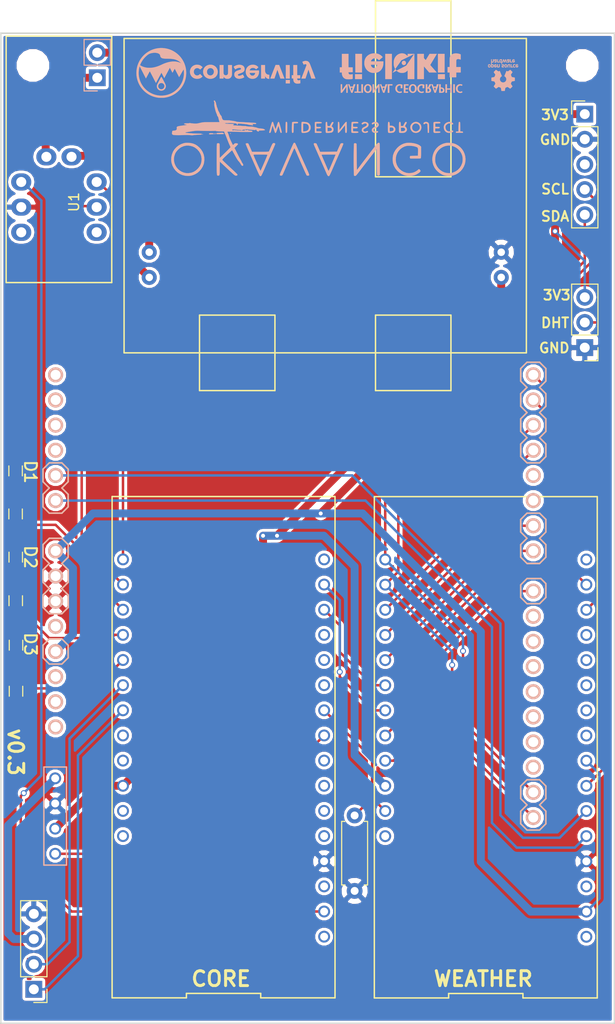
<source format=kicad_pcb>
(kicad_pcb (version 4) (host pcbnew 4.0.5)
  (layers (0 F.Cu signal) (31 B.Cu signal) (34 B.Paste user) (35 F.Paste user) (36 B.SilkS user) (37 F.SilkS user) (38 B.Mask user) (39 F.Mask user) (44 Edge.Cuts user))
  (net 0 "")
  (net 1 /B-)
  (net 2 /B+)
  (net 3 GND)
  (net 4 /VLOAD)
  (net 5 +5V)
  (net 6 /SDA)
  (net 7 /SCL)
  (net 8 /RB_EN)
  (net 9 /WS_EN)
  (net 10 /RB_RX)
  (net 11 /RB_TX)
  (net 12 /WIND_DIR)
  (net 13 /LIGHT)
  (net 14 /3V3_WS)
  (net 15 /GPS_RX)
  (net 16 /GPS_TX)
  (net 17 /RAIN)
  (net 18 /WIND_SPEED)
  (net 19 /GPS_EN)
  (net 20 /LED_BLUE)
  (net 21 /LED_RED)
  (net 22 /WS_SDA)
  (net 23 /WS_SCL)
  (net 24 /WS_TX)
  (net 25 /WS_RX)
  (net 26 /DHT22)
  (net 27 "Net-(D1-Pad2)")
  (net 28 "Net-(D2-Pad2)")
  (net 29 "Net-(D3-Pad2)")
  (net 30 "Net-(R2-Pad1)")
  (net 31 "Net-(R3-Pad1)")
  (net 32 "Net-(R4-Pad1)")
  (net 33 "Net-(P3-Pad2)")
  (net 34 +3V3)
  (module Mounting_Holes:MountingHole_2.7mm_M2.5 (layer F.Cu) (at 53.25 53.25)
    (fp_text reference REF** hide)
    (fp_text value MountingHole_2.7mm_M2.5)
    (pad 1 np_thru_hole circle (at 0 0) (size 2.7 2.7) (drill 2.7) (layers *.Cu *.Mask))
  )
  (module conservify:conservify_text_negative_4000 (layer B.Cu) (at 72.75 54)
    (fp_text reference G*** hide)
    (fp_text value LOGO hide)
  )
  (module conservify:feather (layer F.Cu) (at 72.51 122.19 90)
    (fp_text reference U2 hide)
    (fp_text value FEATHER hide)
    (pad 1 thru_hole circle (at -19.05 10.16 90) (size 1.2 1.2) (drill 0.8) (layers *.Cu *.Mask))
    (pad 2 thru_hole circle (at -16.51 10.16 90) (size 1.2 1.2) (drill 0.8) (layers *.Cu *.Mask) (net 34 +3V3))
    (pad 3 thru_hole circle (at -13.97 10.16 90) (size 1.2 1.2) (drill 0.8) (layers *.Cu *.Mask))
    (pad 4 thru_hole circle (at -11.43 10.16 90) (size 1.2 1.2) (drill 0.8) (layers *.Cu *.Mask) (net 3 GND))
    (pad 28 thru_hole circle (at -8.89 -10.16 90) (size 1.2 1.2) (drill 0.8) (layers *.Cu *.Mask))
    (pad 5 thru_hole circle (at -8.89 10.16 90) (size 1.2 1.2) (drill 0.8) (layers *.Cu *.Mask))
    (pad 27 thru_hole circle (at -6.35 -10.16 90) (size 1.2 1.2) (drill 0.8) (layers *.Cu *.Mask))
    (pad 6 thru_hole circle (at -6.35 10.16 90) (size 1.2 1.2) (drill 0.8) (layers *.Cu *.Mask))
    (pad 26 thru_hole circle (at -3.81 -10.16 90) (size 1.2 1.2) (drill 0.8) (layers *.Cu *.Mask) (net 4 /VLOAD))
    (pad 7 thru_hole circle (at -3.81 10.16 90) (size 1.2 1.2) (drill 0.8) (layers *.Cu *.Mask))
    (pad 25 thru_hole circle (at -1.27 -10.16 90) (size 1.2 1.2) (drill 0.8) (layers *.Cu *.Mask))
    (pad 8 thru_hole circle (at -1.27 10.16 90) (size 1.2 1.2) (drill 0.8) (layers *.Cu *.Mask))
    (pad 24 thru_hole circle (at 1.27 -10.16 90) (size 1.2 1.2) (drill 0.8) (layers *.Cu *.Mask))
    (pad 9 thru_hole circle (at 1.27 10.16 90) (size 1.2 1.2) (drill 0.8) (layers *.Cu *.Mask) (net 8 /RB_EN))
    (pad 23 thru_hole circle (at 3.81 -10.16 90) (size 1.2 1.2) (drill 0.8) (layers *.Cu *.Mask) (net 10 /RB_RX))
    (pad 10 thru_hole circle (at 3.81 10.16 90) (size 1.2 1.2) (drill 0.8) (layers *.Cu *.Mask) (net 9 /WS_EN))
    (pad 22 thru_hole circle (at 6.35 -10.16 90) (size 1.2 1.2) (drill 0.8) (layers *.Cu *.Mask) (net 11 /RB_TX))
    (pad 11 thru_hole circle (at 6.35 10.16 90) (size 1.2 1.2) (drill 0.8) (layers *.Cu *.Mask))
    (pad 21 thru_hole circle (at 8.89 -10.16 90) (size 1.2 1.2) (drill 0.8) (layers *.Cu *.Mask) (net 32 "Net-(R4-Pad1)"))
    (pad 12 thru_hole circle (at 8.89 10.16 90) (size 1.2 1.2) (drill 0.8) (layers *.Cu *.Mask))
    (pad 20 thru_hole circle (at 11.43 -10.16 90) (size 1.2 1.2) (drill 0.8) (layers *.Cu *.Mask) (net 31 "Net-(R3-Pad1)"))
    (pad 13 thru_hole circle (at 11.43 10.16 90) (size 1.2 1.2) (drill 0.8) (layers *.Cu *.Mask))
    (pad 19 thru_hole circle (at 13.97 -10.16 90) (size 1.2 1.2) (drill 0.8) (layers *.Cu *.Mask) (net 30 "Net-(R2-Pad1)"))
    (pad 14 thru_hole circle (at 13.97 10.16 90) (size 1.2 1.2) (drill 0.8) (layers *.Cu *.Mask) (net 25 /WS_RX))
    (pad 18 thru_hole circle (at 16.51 -10.16 90) (size 1.2 1.2) (drill 0.8) (layers *.Cu *.Mask) (net 7 /SCL))
    (pad 15 thru_hole circle (at 16.51 10.16 90) (size 1.2 1.2) (drill 0.8) (layers *.Cu *.Mask) (net 24 /WS_TX))
    (pad 17 thru_hole circle (at 19.05 -10.16 90) (size 1.2 1.2) (drill 0.8) (layers *.Cu *.Mask) (net 6 /SDA))
    (pad 16 thru_hole circle (at 19.05 10.16 90) (size 1.2 1.2) (drill 0.8) (layers *.Cu *.Mask))
  )
  (module conservify:adafruit-solar-charger (layer F.Cu) (at 82.78 64.5 90)
    (fp_text reference U4 hide)
    (fp_text value adafruit-solar-charger hide)
    (pad 1 thru_hole circle (at -10.16 -17.78 90) (size 1.524 1.524) (drill 0.762) (layers *.Cu *.Mask) (net 2 /B+))
    (pad 2 thru_hole circle (at -7.62 -17.78 90) (size 1.524 1.524) (drill 0.762) (layers *.Cu *.Mask) (net 33 "Net-(P3-Pad2)"))
    (pad 3 thru_hole circle (at -7.62 17.78 90) (size 1.524 1.524) (drill 0.762) (layers *.Cu *.Mask) (net 3 GND))
    (pad 4 thru_hole circle (at -10.16 17.78 90) (size 1.524 1.524) (drill 0.762) (layers *.Cu *.Mask) (net 4 /VLOAD))
  )
  (module conservify:feather (layer F.Cu) (at 99 122.2 90)
    (fp_text reference U5 hide)
    (fp_text value FEATHER hide)
    (pad 1 thru_hole circle (at -19.05 10.16 90) (size 1.2 1.2) (drill 0.8) (layers *.Cu *.Mask))
    (pad 2 thru_hole circle (at -16.51 10.16 90) (size 1.2 1.2) (drill 0.8) (layers *.Cu *.Mask) (net 14 /3V3_WS))
    (pad 3 thru_hole circle (at -13.97 10.16 90) (size 1.2 1.2) (drill 0.8) (layers *.Cu *.Mask))
    (pad 4 thru_hole circle (at -11.43 10.16 90) (size 1.2 1.2) (drill 0.8) (layers *.Cu *.Mask) (net 3 GND))
    (pad 28 thru_hole circle (at -8.89 -10.16 90) (size 1.2 1.2) (drill 0.8) (layers *.Cu *.Mask))
    (pad 5 thru_hole circle (at -8.89 10.16 90) (size 1.2 1.2) (drill 0.8) (layers *.Cu *.Mask) (net 12 /WIND_DIR))
    (pad 27 thru_hole circle (at -6.35 -10.16 90) (size 1.2 1.2) (drill 0.8) (layers *.Cu *.Mask) (net 9 /WS_EN))
    (pad 6 thru_hole circle (at -6.35 10.16 90) (size 1.2 1.2) (drill 0.8) (layers *.Cu *.Mask) (net 13 /LIGHT))
    (pad 26 thru_hole circle (at -3.81 -10.16 90) (size 1.2 1.2) (drill 0.8) (layers *.Cu *.Mask) (net 4 /VLOAD))
    (pad 7 thru_hole circle (at -3.81 10.16 90) (size 1.2 1.2) (drill 0.8) (layers *.Cu *.Mask) (net 26 /DHT22))
    (pad 25 thru_hole circle (at -1.27 -10.16 90) (size 1.2 1.2) (drill 0.8) (layers *.Cu *.Mask) (net 21 /LED_RED))
    (pad 8 thru_hole circle (at -1.27 10.16 90) (size 1.2 1.2) (drill 0.8) (layers *.Cu *.Mask) (net 14 /3V3_WS))
    (pad 24 thru_hole circle (at 1.27 -10.16 90) (size 1.2 1.2) (drill 0.8) (layers *.Cu *.Mask) (net 20 /LED_BLUE))
    (pad 9 thru_hole circle (at 1.27 10.16 90) (size 1.2 1.2) (drill 0.8) (layers *.Cu *.Mask))
    (pad 23 thru_hole circle (at 3.81 -10.16 90) (size 1.2 1.2) (drill 0.8) (layers *.Cu *.Mask) (net 24 /WS_TX))
    (pad 10 thru_hole circle (at 3.81 10.16 90) (size 1.2 1.2) (drill 0.8) (layers *.Cu *.Mask))
    (pad 22 thru_hole circle (at 6.35 -10.16 90) (size 1.2 1.2) (drill 0.8) (layers *.Cu *.Mask) (net 25 /WS_RX))
    (pad 11 thru_hole circle (at 6.35 10.16 90) (size 1.2 1.2) (drill 0.8) (layers *.Cu *.Mask))
    (pad 21 thru_hole circle (at 8.89 -10.16 90) (size 1.2 1.2) (drill 0.8) (layers *.Cu *.Mask) (net 19 /GPS_EN))
    (pad 12 thru_hole circle (at 8.89 10.16 90) (size 1.2 1.2) (drill 0.8) (layers *.Cu *.Mask))
    (pad 20 thru_hole circle (at 11.43 -10.16 90) (size 1.2 1.2) (drill 0.8) (layers *.Cu *.Mask) (net 18 /WIND_SPEED))
    (pad 13 thru_hole circle (at 11.43 10.16 90) (size 1.2 1.2) (drill 0.8) (layers *.Cu *.Mask))
    (pad 19 thru_hole circle (at 13.97 -10.16 90) (size 1.2 1.2) (drill 0.8) (layers *.Cu *.Mask) (net 17 /RAIN))
    (pad 14 thru_hole circle (at 13.97 10.16 90) (size 1.2 1.2) (drill 0.8) (layers *.Cu *.Mask) (net 15 /GPS_RX))
    (pad 18 thru_hole circle (at 16.51 -10.16 90) (size 1.2 1.2) (drill 0.8) (layers *.Cu *.Mask) (net 23 /WS_SCL))
    (pad 15 thru_hole circle (at 16.51 10.16 90) (size 1.2 1.2) (drill 0.8) (layers *.Cu *.Mask) (net 16 /GPS_TX))
    (pad 17 thru_hole circle (at 19.05 -10.16 90) (size 1.2 1.2) (drill 0.8) (layers *.Cu *.Mask) (net 22 /WS_SDA))
    (pad 16 thru_hole circle (at 19.05 10.16 90) (size 1.2 1.2) (drill 0.8) (layers *.Cu *.Mask))
  )
  (module Socket_Strips:Socket_Strip_Straight_1x05_Pitch2.54mm (layer F.Cu) (at 109 58.17)
    (fp_text reference P1 hide)
    (fp_text value CONN_01X05 hide)
    (pad 1 thru_hole rect (at 0 0) (size 1.7 1.7) (drill 1) (layers *.Cu *.Mask) (net 14 /3V3_WS))
    (pad 2 thru_hole oval (at 0 2.54) (size 1.7 1.7) (drill 1) (layers *.Cu *.Mask) (net 3 GND))
    (pad 3 thru_hole oval (at 0 5.08) (size 1.7 1.7) (drill 1) (layers *.Cu *.Mask))
    (pad 4 thru_hole oval (at 0 7.62) (size 1.7 1.7) (drill 1) (layers *.Cu *.Mask) (net 23 /WS_SCL))
    (pad 5 thru_hole oval (at 0 10.16) (size 1.7 1.7) (drill 1) (layers *.Cu *.Mask) (net 22 /WS_SDA))
  )
  (module Resistors_THT:R_Axial_DIN0207_L6.3mm_D2.5mm_P7.62mm_Horizontal (layer F.Cu) (at 85.75 136.62 90)
    (fp_text reference R1 hide)
    (fp_text value 10k)
    (pad 1 thru_hole circle (at 0 0 90) (size 1.6 1.6) (drill 0.8) (layers *.Cu *.Mask) (net 3 GND))
    (pad 2 thru_hole oval (at 7.62 0 90) (size 1.6 1.6) (drill 0.8) (layers *.Cu *.Mask) (net 9 /WS_EN))
  )
  (module conservify:pololu-vreg-vertical (layer B.Cu) (at 55.5 129.06 270)
    (fp_text reference U3 hide)
    (fp_text value pololu-vreg hide)
    (pad 1 thru_hole circle (at -3.81 0 270) (size 1.2 1.2) (drill 0.8) (layers *.Cu *.Mask) (net 5 +5V))
    (pad 2 thru_hole circle (at -1.27 0 270) (size 1.2 1.2) (drill 0.8) (layers *.Cu *.Mask) (net 3 GND))
    (pad 3 thru_hole circle (at 1.27 0 270) (size 1.2 1.2) (drill 0.8) (layers *.Cu *.Mask) (net 4 /VLOAD))
    (pad 4 thru_hole circle (at 3.81 0 270) (size 1.2 1.2) (drill 0.8) (layers *.Cu *.Mask) (net 8 /RB_EN))
  )
  (module conservify:sparkfun_weather_shield (layer B.Cu) (at 53 148 90)
    (fp_text reference SHIELD1 hide)
    (fp_text value ARDUINO_SHIELD hide)
    (pad AD5 thru_hole circle (at 63.5 2.54) (size 1.524 1.524) (drill 1.016) (layers *.Cu *.Mask B.SilkS))
    (pad AD4 thru_hole circle (at 60.96 2.54) (size 1.524 1.524) (drill 1.016) (layers *.Cu *.Mask B.SilkS))
    (pad AD3 thru_hole circle (at 58.42 2.54) (size 1.524 1.524) (drill 1.016) (layers *.Cu *.Mask B.SilkS))
    (pad AD0 thru_hole circle (at 50.8 2.54) (size 1.524 1.524) (drill 1.016) (layers *.Cu *.Mask B.SilkS) (net 12 /WIND_DIR))
    (pad AD1 thru_hole circle (at 53.34 2.54) (size 1.524 1.524) (drill 1.016) (layers *.Cu *.Mask B.SilkS) (net 13 /LIGHT))
    (pad AD2 thru_hole circle (at 55.88 2.54) (size 1.524 1.524) (drill 1.016) (layers *.Cu *.Mask B.SilkS))
    (pad V_IN thru_hole circle (at 45.72 2.54) (size 1.524 1.524) (drill 1.016) (layers *.Cu *.Mask B.SilkS) (net 14 /3V3_WS))
    (pad GND2 thru_hole circle (at 43.18 2.54) (size 1.524 1.524) (drill 1.016) (layers *.Cu *.Mask B.SilkS) (net 3 GND))
    (pad GND1 thru_hole circle (at 40.64 2.54) (size 1.524 1.524) (drill 1.016) (layers *.Cu *.Mask B.SilkS) (net 3 GND))
    (pad 3V3 thru_hole circle (at 35.56 2.54) (size 1.524 1.524) (drill 1.016) (layers *.Cu *.Mask B.SilkS) (net 14 /3V3_WS))
    (pad RST thru_hole circle (at 33.02 2.54) (size 1.524 1.524) (drill 1.016) (layers *.Cu *.Mask B.SilkS))
    (pad 0 thru_hole circle (at 63.5 50.8) (size 1.524 1.524) (drill 1.016) (layers *.Cu *.Mask B.SilkS) (net 15 /GPS_RX))
    (pad 1 thru_hole circle (at 60.96 50.8) (size 1.524 1.524) (drill 1.016) (layers *.Cu *.Mask B.SilkS) (net 16 /GPS_TX))
    (pad 2 thru_hole circle (at 58.42 50.8) (size 1.524 1.524) (drill 1.016) (layers *.Cu *.Mask B.SilkS) (net 17 /RAIN))
    (pad 3 thru_hole circle (at 55.88 50.8) (size 1.524 1.524) (drill 1.016) (layers *.Cu *.Mask B.SilkS) (net 18 /WIND_SPEED))
    (pad 4 thru_hole circle (at 53.34 50.8) (size 1.524 1.524) (drill 1.016) (layers *.Cu *.Mask B.SilkS))
    (pad 5 thru_hole circle (at 50.8 50.8) (size 1.524 1.524) (drill 1.016) (layers *.Cu *.Mask B.SilkS))
    (pad 6 thru_hole circle (at 48.26 50.8) (size 1.524 1.524) (drill 1.016) (layers *.Cu *.Mask B.SilkS) (net 19 /GPS_EN))
    (pad 7 thru_hole circle (at 45.72 50.8) (size 1.524 1.524) (drill 1.016) (layers *.Cu *.Mask B.SilkS) (net 20 /LED_BLUE))
    (pad 8 thru_hole circle (at 41.656 50.8) (size 1.524 1.524) (drill 1.016) (layers *.Cu *.Mask B.SilkS) (net 21 /LED_RED))
    (pad 9 thru_hole circle (at 39.116 50.8) (size 1.524 1.524) (drill 1.016) (layers *.Cu *.Mask B.SilkS))
    (pad 10 thru_hole circle (at 36.576 50.8) (size 1.524 1.524) (drill 1.016) (layers *.Cu *.Mask B.SilkS))
    (pad 11 thru_hole circle (at 34.036 50.8) (size 1.524 1.524) (drill 1.016) (layers *.Cu *.Mask B.SilkS))
    (pad 12 thru_hole circle (at 31.496 50.8) (size 1.524 1.524) (drill 1.016) (layers *.Cu *.Mask B.SilkS))
    (pad 13 thru_hole circle (at 28.956 50.8) (size 1.524 1.524) (drill 1.016) (layers *.Cu *.Mask B.SilkS))
    (pad GND3 thru_hole circle (at 26.416 50.8) (size 1.524 1.524) (drill 1.016) (layers *.Cu *.Mask B.SilkS))
    (pad AREF thru_hole circle (at 23.876 50.8) (size 1.524 1.524) (drill 1.016) (layers *.Cu *.Mask B.SilkS))
    (pad 5V thru_hole circle (at 38.1 2.54) (size 1.524 1.524) (drill 1.016) (layers *.Cu *.Mask B.SilkS))
    (pad SDA thru_hole circle (at 21.336 50.8) (size 1.524 1.524) (drill 1.016) (layers *.Cu *.Mask B.SilkS) (net 22 /WS_SDA))
    (pad SCL thru_hole circle (at 18.796 50.8) (size 1.524 1.524) (drill 1.016) (layers *.Cu *.Mask B.SilkS) (net 23 /WS_SCL))
    (pad IO_R thru_hole circle (at 30.48 2.54) (size 1.524 1.524) (drill 1.016) (layers *.Cu *.Mask B.SilkS))
    (pad NC thru_hole circle (at 27.94 2.54) (size 1.524 1.524) (drill 1.016) (layers *.Cu *.Mask B.SilkS))
  )
  (module conservify:logo_osh_negative_3000 (layer B.Cu) (at 100.75 54.25)
    (fp_text reference G*** hide)
    (fp_text value LOGO hide)
  )
  (module conservify:logo_ngfk_negative_3500 (layer B.Cu) (at 90.5 54)
    (fp_text reference G*** hide)
    (fp_text value LOGO hide)
  )
  (module Socket_Strips:Socket_Strip_Straight_1x03_Pitch2.54mm (layer F.Cu) (at 109 81.75 180)
    (fp_text reference P2 hide)
    (fp_text value CONN_01X03 hide)
    (pad 1 thru_hole rect (at 0 0 180) (size 1.7 1.7) (drill 1) (layers *.Cu *.Mask) (net 3 GND))
    (pad 2 thru_hole oval (at 0 2.54 180) (size 1.7 1.7) (drill 1) (layers *.Cu *.Mask) (net 26 /DHT22))
    (pad 3 thru_hole oval (at 0 5.08 180) (size 1.7 1.7) (drill 1) (layers *.Cu *.Mask) (net 14 /3V3_WS))
  )
  (module Resistors_SMD:R_0603_HandSoldering (layer F.Cu) (at 51.5 94.2 270)
    (fp_text reference D1 hide)
    (fp_text value LED hide)
    (pad 1 smd rect (at -1.1 0 270) (size 1.2 0.9) (layers F.Cu F.Paste F.Mask) (net 3 GND))
    (pad 2 smd rect (at 1.1 0 270) (size 1.2 0.9) (layers F.Cu F.Paste F.Mask) (net 27 "Net-(D1-Pad2)"))
  )
  (module Resistors_SMD:R_0603_HandSoldering (layer F.Cu) (at 51.51458 102.911994 270)
    (fp_text reference D2 hide)
    (fp_text value LED hide)
    (pad 1 smd rect (at -1.1 0 270) (size 1.2 0.9) (layers F.Cu F.Paste F.Mask) (net 3 GND))
    (pad 2 smd rect (at 1.1 0 270) (size 1.2 0.9) (layers F.Cu F.Paste F.Mask) (net 28 "Net-(D2-Pad2)"))
  )
  (module Resistors_SMD:R_0603_HandSoldering (layer F.Cu) (at 51.541598 111.803572 270)
    (fp_text reference D3 hide)
    (fp_text value LED hide)
    (pad 1 smd rect (at -1.1 0 270) (size 1.2 0.9) (layers F.Cu F.Paste F.Mask) (net 3 GND))
    (pad 2 smd rect (at 1.1 0 270) (size 1.2 0.9) (layers F.Cu F.Paste F.Mask) (net 29 "Net-(D3-Pad2)"))
  )
  (module Resistors_SMD:R_0603_HandSoldering (layer F.Cu) (at 51.5 98.55 90)
    (fp_text reference R2 hide)
    (fp_text value 1k hide)
    (pad 1 smd rect (at -1.1 0 90) (size 1.2 0.9) (layers F.Cu F.Paste F.Mask) (net 30 "Net-(R2-Pad1)"))
    (pad 2 smd rect (at 1.1 0 90) (size 1.2 0.9) (layers F.Cu F.Paste F.Mask) (net 27 "Net-(D1-Pad2)"))
  )
  (module Resistors_SMD:R_0603_HandSoldering (layer F.Cu) (at 51.51458 107.311994 90)
    (fp_text reference R3 hide)
    (fp_text value 1k)
    (pad 1 smd rect (at -1.1 0 90) (size 1.2 0.9) (layers F.Cu F.Paste F.Mask) (net 31 "Net-(R3-Pad1)"))
    (pad 2 smd rect (at 1.1 0 90) (size 1.2 0.9) (layers F.Cu F.Paste F.Mask) (net 28 "Net-(D2-Pad2)"))
  )
  (module Resistors_SMD:R_0603_HandSoldering (layer F.Cu) (at 51.541598 116.453572 90)
    (fp_text reference R4 hide)
    (fp_text value 1k)
    (pad 1 smd rect (at -1.1 0 90) (size 1.2 0.9) (layers F.Cu F.Paste F.Mask) (net 32 "Net-(R4-Pad1)"))
    (pad 2 smd rect (at 1.1 0 90) (size 1.2 0.9) (layers F.Cu F.Paste F.Mask) (net 29 "Net-(D3-Pad2)"))
  )
  (module Socket_Strips:Socket_Strip_Straight_1x02_Pitch2.54mm (layer B.Cu) (at 59.75 54.5)
    (fp_text reference P3 hide)
    (fp_text value CONN_01X02)
    (pad 1 thru_hole rect (at 0 0) (size 1.7 1.7) (drill 1) (layers *.Cu *.Mask) (net 1 /B-))
    (pad 2 thru_hole oval (at 0 -2.54) (size 1.7 1.7) (drill 1) (layers *.Cu *.Mask) (net 33 "Net-(P3-Pad2)"))
  )
  (module conservify:owp_negative_1000 (layer B.Cu) (at 82 60.5)
    (fp_text reference G*** hide)
    (fp_text value LOGO hide)
  )
  (module Mounting_Holes:MountingHole_2.7mm_M2.5 (layer F.Cu) (at 108.75 53.25)
    (fp_text reference REF** hide)
    (fp_text value MountingHole_2.7mm_M2.5)
    (pad 1 np_thru_hole circle (at 0 0) (size 2.7 2.7) (drill 2.7) (layers *.Cu *.Mask))
  )
  (module conservify:fuelgauge (layer F.Cu) (at 59.69 62.484 270)
    (fp_text reference U1 (at 4.572 2.286 270) (layer F.SilkS))
    (fp_text value FUELGUAGE)
    (pad 8 thru_hole oval (at 2.54 0 270) (size 1.7272 2.032) (drill 1.016) (layers *.Cu *.Mask) (net 6 /SDA))
    (pad 7 thru_hole oval (at 5.08 0 270) (size 1.7272 2.032) (drill 1.016) (layers *.Cu *.Mask) (net 7 /SCL))
    (pad 6 thru_hole oval (at 7.62 0 270) (size 1.7272 2.032) (drill 1.016) (layers *.Cu *.Mask))
    (pad 1 thru_hole oval (at 0 2.54 270) (size 1.7272 2.032) (drill 1.016) (layers *.Cu *.Mask) (net 2 /B+))
    (pad 2 thru_hole oval (at 0 5.08 270) (size 1.7272 2.032) (drill 1.016) (layers *.Cu *.Mask) (net 1 /B-))
    (pad 3 thru_hole oval (at 2.54 7.62 270) (size 1.7272 2.032) (drill 1.016) (layers *.Cu *.Mask) (net 34 +3V3))
    (pad 4 thru_hole oval (at 5.08 7.62 270) (size 1.7272 2.032) (drill 1.016) (layers *.Cu *.Mask) (net 3 GND))
    (pad 5 thru_hole oval (at 7.62 7.62 270) (size 1.7272 2.032) (drill 1.016) (layers *.Cu *.Mask))
  )
  (module Socket_Strips:Socket_Strip_Straight_1x04_Pitch2.54mm (layer F.Cu) (at 53.34 146.558 180)
    (fp_text reference P8 hide)
    (fp_text value CONN_RB)
    (pad 1 thru_hole rect (at 0 0 180) (size 1.7 1.7) (drill 1) (layers *.Cu *.Mask) (net 10 /RB_RX))
    (pad 2 thru_hole oval (at 0 2.54 180) (size 1.7 1.7) (drill 1) (layers *.Cu *.Mask) (net 11 /RB_TX))
    (pad 3 thru_hole oval (at 0 5.08 180) (size 1.7 1.7) (drill 1) (layers *.Cu *.Mask) (net 5 +5V))
    (pad 4 thru_hole oval (at 0 7.62 180) (size 1.7 1.7) (drill 1) (layers *.Cu *.Mask) (net 3 GND))
  )
  (gr_text D3 (at 53 111.7 270) (layer F.SilkS) (effects (font (size 1.2 1.2) (thickness 0.2))))
  (gr_text D2 (at 53 102.9 270) (layer F.SilkS) (effects (font (size 1.2 1.2) (thickness 0.2))))
  (gr_text D1 (at 53 94.3 270) (layer F.SilkS) (effects (font (size 1.2 1.2) (thickness 0.2))))
  (gr_text v0.3 (at 51.5 122.6 270) (layer F.SilkS) (effects (font (size 1.5 1.5) (thickness 0.3))))
  (gr_text 3V3 (at 106.172 76.454) (layer F.SilkS) (effects (font (size 1 1) (thickness 0.2))))
  (gr_text GND (at 105.918 81.788) (layer F.SilkS) (effects (font (size 1 1) (thickness 0.2))))
  (gr_text DHT (at 106 79.25) (layer F.SilkS) (effects (font (size 1 1) (thickness 0.2))))
  (gr_text 3V3 (at 106 58.25) (layer F.SilkS) (effects (font (size 1 1) (thickness 0.2))))
  (gr_text GND (at 106 60.75) (layer F.SilkS) (effects (font (size 1 1) (thickness 0.2))))
  (gr_text SDA (at 106 68.5) (layer F.SilkS) (effects (font (size 1 1) (thickness 0.2))))
  (gr_text "SCL\n" (at 106 65.75) (layer F.SilkS) (effects (font (size 1 1) (thickness 0.2))))
  (gr_text CORE (at 72.25 145.5) (layer F.SilkS) (effects (font (size 1.5 1.5) (thickness 0.3))))
  (gr_text WEATHER (at 98.75 145.5) (layer F.SilkS) (effects (font (size 1.5 1.5) (thickness 0.3))))
  (gr_line (start 112 50) (end 112 150) (angle 90) (layer Edge.Cuts) (width 0.15))
  (gr_line (start 50 50) (end 112 50) (angle 90) (layer Edge.Cuts) (width 0.15))
  (gr_line (start 50 150) (end 112 150) (angle 90) (layer Edge.Cuts) (width 0.15))
  (gr_line (start 50 50) (end 50 150) (angle 90) (layer Edge.Cuts) (width 0.15))
  (segment (start 53 145.5) (end 52.75 145.5) (width 0.25) (layer F.Cu) (net 0))
  (segment (start 54.54 62.38) (end 54.54 58.06) (width 0.8) (layer F.Cu) (net 1))
  (segment (start 54.54 58.06) (end 58.1 54.5) (width 0.8) (layer F.Cu) (net 1))
  (segment (start 58.1 54.5) (end 59.75 54.5) (width 0.8) (layer F.Cu) (net 1))
  (segment (start 57.0724 62.38) (end 56.92 62.38) (width 0.8) (layer B.Cu) (net 2))
  (segment (start 65 74.66) (end 63.537999 73.197999) (width 0.8) (layer F.Cu) (net 2))
  (segment (start 63.537999 73.197999) (end 63.537999 66.474321) (width 0.8) (layer F.Cu) (net 2))
  (segment (start 63.537999 66.474321) (end 59.443678 62.38) (width 0.8) (layer F.Cu) (net 2))
  (segment (start 59.443678 62.38) (end 57.08 62.38) (width 0.8) (layer F.Cu) (net 2))
  (segment (start 100.56 74.66) (end 100.56 78.1) (width 0.8) (layer F.Cu) (net 4))
  (segment (start 100.56 78.1) (end 77.91 100.75) (width 0.8) (layer F.Cu) (net 4))
  (via (at 77.91 100.75) (size 0.6) (drill 0.4) (layers F.Cu B.Cu) (net 4))
  (segment (start 76.5 100.75) (end 77.91 100.75) (width 0.8) (layer F.Cu) (net 4))
  (segment (start 76.5 100.75) (end 76.5 102.25) (width 0.8) (layer F.Cu) (net 4))
  (segment (start 76.5 102.25) (end 76.5 111.85) (width 0.8) (layer F.Cu) (net 4))
  (segment (start 55.5 130.33) (end 59.83 126) (width 0.8) (layer F.Cu) (net 4))
  (segment (start 59.83 126) (end 62.35 126) (width 0.8) (layer F.Cu) (net 4))
  (segment (start 76.5 111.85) (end 62.35 126) (width 0.8) (layer F.Cu) (net 4))
  (segment (start 82.638002 100.75) (end 76.5 100.75) (width 0.8) (layer B.Cu) (net 4))
  (via (at 76.5 100.75) (size 0.6) (drill 0.4) (layers F.Cu B.Cu) (net 4))
  (segment (start 85.75 103.861998) (end 82.638002 100.75) (width 0.8) (layer B.Cu) (net 4))
  (segment (start 85.75 122.92) (end 85.75 103.861998) (width 0.8) (layer B.Cu) (net 4))
  (segment (start 88.84 126.01) (end 85.75 122.92) (width 0.8) (layer B.Cu) (net 4))
  (segment (start 55.5 125.25) (end 50.75 130) (width 0.8) (layer B.Cu) (net 5))
  (segment (start 50.75 130) (end 50.75 140.9) (width 0.8) (layer B.Cu) (net 5))
  (segment (start 50.75 140.9) (end 51.328 141.478) (width 0.8) (layer B.Cu) (net 5))
  (segment (start 51.328 141.478) (end 53.34 141.478) (width 0.8) (layer B.Cu) (net 5))
  (segment (start 62.35 103.14) (end 62.35 67.4976) (width 0.25) (layer F.Cu) (net 6))
  (segment (start 62.35 67.4976) (end 59.7724 64.92) (width 0.25) (layer F.Cu) (net 6))
  (segment (start 59.7724 64.92) (end 59.62 64.92) (width 0.25) (layer F.Cu) (net 6))
  (segment (start 59.62 67.46) (end 58.354 67.46) (width 0.25) (layer F.Cu) (net 7))
  (segment (start 58.354 67.46) (end 58.17899 67.63501) (width 0.25) (layer F.Cu) (net 7))
  (segment (start 58.17899 67.63501) (end 58.17899 101.50899) (width 0.25) (layer F.Cu) (net 7))
  (segment (start 58.17899 101.50899) (end 61.750001 105.080001) (width 0.25) (layer F.Cu) (net 7))
  (segment (start 61.750001 105.080001) (end 62.35 105.68) (width 0.25) (layer F.Cu) (net 7))
  (segment (start 82.67 120.92) (end 70.72 132.87) (width 0.25) (layer F.Cu) (net 8))
  (segment (start 70.72 132.87) (end 55.5 132.87) (width 0.25) (layer F.Cu) (net 8))
  (segment (start 87.514999 127.224999) (end 87.514999 123.224999) (width 0.25) (layer F.Cu) (net 9))
  (segment (start 87.514999 123.224999) (end 82.67 118.38) (width 0.25) (layer F.Cu) (net 9))
  (segment (start 85.75 129) (end 86.549999 128.200001) (width 0.25) (layer F.Cu) (net 9))
  (segment (start 86.549999 128.200001) (end 86.549999 128.189999) (width 0.25) (layer F.Cu) (net 9))
  (segment (start 86.549999 128.189999) (end 87.514999 127.224999) (width 0.25) (layer F.Cu) (net 9))
  (segment (start 88.84 128.55) (end 87.514999 127.224999) (width 0.25) (layer F.Cu) (net 9))
  (segment (start 53.34 146.558) (end 54.44 146.558) (width 0.25) (layer B.Cu) (net 10))
  (segment (start 54.44 146.558) (end 57.799999 143.198001) (width 0.25) (layer B.Cu) (net 10))
  (segment (start 57.799999 143.198001) (end 57.799999 122.930001) (width 0.25) (layer B.Cu) (net 10))
  (segment (start 57.799999 122.930001) (end 62.35 118.38) (width 0.25) (layer B.Cu) (net 10))
  (segment (start 53 143.5) (end 52.75 143.5) (width 0.25) (layer F.Cu) (net 11))
  (segment (start 53.34 144.018) (end 54.732 144.018) (width 0.25) (layer B.Cu) (net 11))
  (segment (start 54.732 144.018) (end 56.949988 141.800012) (width 0.25) (layer B.Cu) (net 11))
  (segment (start 56.949988 121.240012) (end 56.949988 141.800012) (width 0.25) (layer B.Cu) (net 11))
  (segment (start 62.35 115.84) (end 56.949988 121.240012) (width 0.25) (layer B.Cu) (net 11))
  (segment (start 99.625011 129.75) (end 99.625011 109.976004) (width 0.25) (layer B.Cu) (net 12))
  (segment (start 108 132.25) (end 102.125011 132.25) (width 0.25) (layer B.Cu) (net 12))
  (segment (start 102.125011 132.25) (end 99.625011 129.75) (width 0.25) (layer B.Cu) (net 12))
  (segment (start 109.16 131.09) (end 108 132.25) (width 0.25) (layer B.Cu) (net 12))
  (segment (start 99.625011 109.976004) (end 86.849007 97.2) (width 0.25) (layer B.Cu) (net 12))
  (segment (start 86.849007 97.2) (end 56.61763 97.2) (width 0.25) (layer B.Cu) (net 12))
  (segment (start 56.61763 97.2) (end 55.54 97.2) (width 0.25) (layer B.Cu) (net 12))
  (segment (start 102.75 131.25) (end 106.46 131.25) (width 0.25) (layer B.Cu) (net 13))
  (segment (start 106.46 131.25) (end 109.16 128.55) (width 0.25) (layer B.Cu) (net 13))
  (segment (start 100.475022 128.975022) (end 102.75 131.25) (width 0.25) (layer B.Cu) (net 13))
  (segment (start 100.475022 127.75) (end 100.475022 109.623918) (width 0.25) (layer B.Cu) (net 13))
  (segment (start 100.475022 127.75) (end 100.475022 128.975022) (width 0.25) (layer B.Cu) (net 13))
  (segment (start 85.511104 94.66) (end 56.61763 94.66) (width 0.25) (layer B.Cu) (net 13))
  (segment (start 56.61763 94.66) (end 55.54 94.66) (width 0.25) (layer B.Cu) (net 13))
  (segment (start 100.475022 109.623918) (end 85.511104 94.66) (width 0.25) (layer B.Cu) (net 13))
  (segment (start 106 70) (end 106 59.52) (width 0.8) (layer F.Cu) (net 14))
  (segment (start 106 59.52) (end 107.35 58.17) (width 0.8) (layer F.Cu) (net 14))
  (segment (start 107.35 58.17) (end 109 58.17) (width 0.8) (layer F.Cu) (net 14))
  (segment (start 82.323762 98.5) (end 59.32 98.5) (width 0.8) (layer B.Cu) (net 14))
  (segment (start 82.323762 98.5) (end 86.558002 98.5) (width 0.8) (layer B.Cu) (net 14))
  (segment (start 86.558002 98.5) (end 98.5 110.441998) (width 0.8) (layer B.Cu) (net 14))
  (segment (start 98.5 110.441998) (end 98.5 133.675604) (width 0.8) (layer B.Cu) (net 14))
  (segment (start 98.5 133.675604) (end 103.534396 138.71) (width 0.8) (layer B.Cu) (net 14))
  (segment (start 103.534396 138.71) (end 109.16 138.71) (width 0.8) (layer B.Cu) (net 14))
  (segment (start 106 70) (end 106 73.5) (width 0.8) (layer F.Cu) (net 14))
  (segment (start 109 73) (end 106 70) (width 0.25) (layer B.Cu) (net 14))
  (segment (start 109 76.67) (end 109 73) (width 0.25) (layer B.Cu) (net 14))
  (via (at 106 70) (size 0.6) (drill 0.4) (layers F.Cu B.Cu) (net 14))
  (via (at 82.323762 98.5) (size 0.6) (drill 0.4) (layers F.Cu B.Cu) (net 14))
  (segment (start 109 76.5) (end 109 76.67) (width 0.203) (layer B.Cu) (net 14))
  (segment (start 106 74.823762) (end 106 73.924264) (width 0.8) (layer F.Cu) (net 14))
  (segment (start 106 73.924264) (end 106 73.5) (width 0.8) (layer F.Cu) (net 14))
  (segment (start 82.323762 98.5) (end 106 74.823762) (width 0.8) (layer F.Cu) (net 14))
  (segment (start 55.54 102.28) (end 57.302001 104.042001) (width 0.8) (layer B.Cu) (net 14))
  (segment (start 57.302001 110.677999) (end 56.301999 111.678001) (width 0.8) (layer B.Cu) (net 14))
  (segment (start 57.302001 104.042001) (end 57.302001 110.677999) (width 0.8) (layer B.Cu) (net 14))
  (segment (start 56.301999 111.678001) (end 55.54 112.44) (width 0.8) (layer B.Cu) (net 14))
  (segment (start 109.16 138.71) (end 110.485001 137.384999) (width 0.25) (layer B.Cu) (net 14))
  (segment (start 110.485001 137.384999) (end 110.485001 124.795001) (width 0.25) (layer B.Cu) (net 14))
  (segment (start 110.485001 124.795001) (end 109.759999 124.069999) (width 0.25) (layer B.Cu) (net 14))
  (segment (start 109.759999 124.069999) (end 109.16 123.47) (width 0.25) (layer B.Cu) (net 14))
  (segment (start 55.54 102.28) (end 59.32 98.5) (width 0.8) (layer B.Cu) (net 14))
  (segment (start 55.46237 112.44) (end 55.052999 112.030629) (width 0.25) (layer B.Cu) (net 14))
  (segment (start 109.759999 107.630001) (end 109.16 108.23) (width 0.25) (layer F.Cu) (net 15))
  (segment (start 110.185001 90.885001) (end 110.185001 107.204999) (width 0.25) (layer F.Cu) (net 15))
  (segment (start 103.8 84.5) (end 110.185001 90.885001) (width 0.25) (layer F.Cu) (net 15))
  (segment (start 110.185001 107.204999) (end 109.759999 107.630001) (width 0.25) (layer F.Cu) (net 15))
  (segment (start 104.561999 87.801999) (end 103.8 87.04) (width 0.25) (layer F.Cu) (net 16))
  (segment (start 107.834999 91.074999) (end 104.561999 87.801999) (width 0.25) (layer F.Cu) (net 16))
  (segment (start 107.834999 104.364999) (end 107.834999 91.074999) (width 0.25) (layer F.Cu) (net 16))
  (segment (start 109.16 105.69) (end 107.834999 104.364999) (width 0.25) (layer F.Cu) (net 16))
  (segment (start 88.84 108.23) (end 98.4 98.67) (width 0.25) (layer F.Cu) (net 17))
  (segment (start 98.4 98.67) (end 98.4 94.98) (width 0.25) (layer F.Cu) (net 17))
  (segment (start 98.4 94.98) (end 103.8 89.58) (width 0.25) (layer F.Cu) (net 17))
  (segment (start 103.8 92.12) (end 102.312999 93.607001) (width 0.25) (layer F.Cu) (net 18))
  (segment (start 102.312999 93.607001) (end 102.312999 97.297001) (width 0.25) (layer F.Cu) (net 18))
  (segment (start 89.439999 110.170001) (end 88.84 110.77) (width 0.25) (layer F.Cu) (net 18))
  (segment (start 102.312999 97.297001) (end 89.439999 110.170001) (width 0.25) (layer F.Cu) (net 18))
  (segment (start 102.41 99.74) (end 103.8 99.74) (width 0.25) (layer F.Cu) (net 19))
  (segment (start 88.84 113.31) (end 102.41 99.74) (width 0.25) (layer F.Cu) (net 19))
  (segment (start 103.8 102.28) (end 102.22 102.28) (width 0.25) (layer F.Cu) (net 20))
  (segment (start 102.22 102.28) (end 92.75 111.75) (width 0.25) (layer F.Cu) (net 20))
  (segment (start 92.75 111.75) (end 92.75 117.02) (width 0.25) (layer F.Cu) (net 20))
  (segment (start 92.75 117.02) (end 89.439999 120.330001) (width 0.25) (layer F.Cu) (net 20))
  (segment (start 88.84 120.93) (end 89.439999 120.330001) (width 0.25) (layer F.Cu) (net 20))
  (segment (start 89.439999 120.330001) (end 89.439999 120.310001) (width 0.25) (layer F.Cu) (net 20))
  (segment (start 94.25 118.908528) (end 94.25 112.98) (width 0.25) (layer F.Cu) (net 21))
  (segment (start 94.25 112.98) (end 100.886 106.344) (width 0.25) (layer F.Cu) (net 21))
  (segment (start 88.84 123.47) (end 89.688528 123.47) (width 0.25) (layer F.Cu) (net 21))
  (segment (start 89.688528 123.47) (end 94.25 118.908528) (width 0.25) (layer F.Cu) (net 21))
  (segment (start 100.886 106.344) (end 103.8 106.344) (width 0.25) (layer F.Cu) (net 21))
  (segment (start 109 72.990502) (end 109 68.33) (width 0.25) (layer F.Cu) (net 22))
  (segment (start 88.84 93.150502) (end 109 72.990502) (width 0.25) (layer F.Cu) (net 22))
  (segment (start 88.84 103.15) (end 88.84 93.150502) (width 0.25) (layer F.Cu) (net 22))
  (segment (start 96.69999 111.967776) (end 96.69999 112.39204) (width 0.25) (layer B.Cu) (net 22))
  (segment (start 96.69999 119.56399) (end 96.69999 112.816304) (width 0.25) (layer F.Cu) (net 22))
  (via (at 96.69999 112.39204) (size 0.6) (drill 0.4) (layers F.Cu B.Cu) (net 22))
  (segment (start 96.69999 112.816304) (end 96.69999 112.39204) (width 0.25) (layer F.Cu) (net 22))
  (segment (start 103.8 126.664) (end 96.69999 119.56399) (width 0.25) (layer F.Cu) (net 22))
  (segment (start 88.84 103.15) (end 96.69999 111.00999) (width 0.25) (layer B.Cu) (net 22))
  (segment (start 96.69999 111.00999) (end 96.69999 111.967776) (width 0.25) (layer B.Cu) (net 22))
  (segment (start 110.575001 72.193333) (end 110.575001 67.365001) (width 0.25) (layer F.Cu) (net 23))
  (segment (start 110.575001 67.365001) (end 109 65.79) (width 0.25) (layer F.Cu) (net 23))
  (segment (start 90.165001 104.364999) (end 90.165001 92.603333) (width 0.25) (layer F.Cu) (net 23))
  (segment (start 88.84 105.69) (end 90.165001 104.364999) (width 0.25) (layer F.Cu) (net 23))
  (segment (start 90.165001 92.603333) (end 110.575001 72.193333) (width 0.25) (layer F.Cu) (net 23))
  (segment (start 103.8 129.204) (end 95.6 121.004) (width 0.25) (layer F.Cu) (net 23))
  (segment (start 95.6 121.004) (end 95.6 113.8) (width 0.25) (layer F.Cu) (net 23))
  (segment (start 88.84 105.69) (end 95.6 112.45) (width 0.25) (layer B.Cu) (net 23))
  (segment (start 95.6 112.45) (end 95.6 113.8) (width 0.25) (layer B.Cu) (net 23))
  (via (at 95.6 113.8) (size 0.6) (drill 0.4) (layers F.Cu B.Cu) (net 23))
  (segment (start 87.64 118.39) (end 84.25 115) (width 0.25) (layer F.Cu) (net 24))
  (segment (start 84.25 115) (end 84.25 114.5) (width 0.25) (layer F.Cu) (net 24))
  (segment (start 88.84 118.39) (end 87.64 118.39) (width 0.25) (layer F.Cu) (net 24))
  (segment (start 84.25 108.25) (end 84.25 114.5) (width 0.25) (layer B.Cu) (net 24))
  (via (at 84.25 114.5) (size 0.6) (drill 0.4) (layers F.Cu B.Cu) (net 24))
  (segment (start 82.67 105.68) (end 84.25 107.26) (width 0.25) (layer B.Cu) (net 24))
  (segment (start 84.25 107.26) (end 84.25 108.25) (width 0.25) (layer B.Cu) (net 24))
  (segment (start 84.25 112.5) (end 84.25 109.8) (width 0.25) (layer F.Cu) (net 25))
  (segment (start 84.25 109.8) (end 83.269999 108.819999) (width 0.25) (layer F.Cu) (net 25))
  (segment (start 87.6 115.85) (end 84.25 112.5) (width 0.25) (layer F.Cu) (net 25))
  (segment (start 88.84 115.85) (end 87.6 115.85) (width 0.25) (layer F.Cu) (net 25))
  (segment (start 83.269999 108.819999) (end 82.67 108.22) (width 0.25) (layer F.Cu) (net 25))
  (segment (start 111.25 80.257919) (end 111.25 123.92) (width 0.25) (layer F.Cu) (net 26))
  (segment (start 111.25 123.92) (end 110.735012 124.434988) (width 0.25) (layer F.Cu) (net 26))
  (segment (start 109 79.21) (end 110.202081 79.21) (width 0.25) (layer F.Cu) (net 26))
  (segment (start 110.202081 79.21) (end 111.25 80.257919) (width 0.25) (layer F.Cu) (net 26))
  (segment (start 109.16 126.01) (end 110.735012 124.434988) (width 0.25) (layer F.Cu) (net 26))
  (segment (start 51.5 95.3) (end 51.5 97.45) (width 0.25) (layer F.Cu) (net 27))
  (segment (start 51.51458 104.011994) (end 51.51458 106.211994) (width 0.25) (layer F.Cu) (net 28))
  (segment (start 51.541598 115.353572) (end 51.541598 112.903572) (width 0.25) (layer F.Cu) (net 29))
  (segment (start 55.542168 99.65) (end 59 103.107832) (width 0.25) (layer F.Cu) (net 30))
  (segment (start 51.5 99.65) (end 55.542168 99.65) (width 0.25) (layer F.Cu) (net 30))
  (segment (start 61.750001 107.620001) (end 62.35 108.22) (width 0.25) (layer F.Cu) (net 30))
  (segment (start 59 103.107832) (end 59 104.87) (width 0.25) (layer F.Cu) (net 30))
  (segment (start 59 104.87) (end 61.750001 107.620001) (width 0.25) (layer F.Cu) (net 30))
  (segment (start 62.35 110.76) (end 61.501472 110.76) (width 0.25) (layer F.Cu) (net 31))
  (segment (start 61.501472 110.76) (end 61.174471 111.087001) (width 0.25) (layer F.Cu) (net 31))
  (segment (start 52.21458 108.411994) (end 51.51458 108.411994) (width 0.25) (layer F.Cu) (net 31))
  (segment (start 61.174471 111.087001) (end 54.889587 111.087001) (width 0.25) (layer F.Cu) (net 31))
  (segment (start 54.889587 111.087001) (end 52.21458 108.411994) (width 0.25) (layer F.Cu) (net 31))
  (segment (start 51.541598 117.553572) (end 52.241598 117.553572) (width 0.25) (layer F.Cu) (net 32))
  (segment (start 52.241598 117.553572) (end 53.628169 116.167001) (width 0.25) (layer F.Cu) (net 32))
  (segment (start 53.628169 116.167001) (end 59.482999 116.167001) (width 0.25) (layer F.Cu) (net 32))
  (segment (start 59.482999 116.167001) (end 61.750001 113.899999) (width 0.25) (layer F.Cu) (net 32))
  (segment (start 61.750001 113.899999) (end 62.35 113.3) (width 0.25) (layer F.Cu) (net 32))
  (segment (start 65 72.12) (end 65 56.007919) (width 0.8) (layer F.Cu) (net 33))
  (segment (start 65 56.007919) (end 60.952081 51.96) (width 0.8) (layer F.Cu) (net 33))
  (segment (start 60.952081 51.96) (end 59.75 51.96) (width 0.8) (layer F.Cu) (net 33))
  (segment (start 52.024001 133.558001) (end 57.166 138.7) (width 0.25) (layer F.Cu) (net 34))
  (segment (start 57.166 138.7) (end 82.67 138.7) (width 0.25) (layer F.Cu) (net 34))
  (segment (start 52.324 126.746) (end 52.024001 127.045999) (width 0.25) (layer F.Cu) (net 34))
  (segment (start 52.024001 127.045999) (end 52.024001 133.558001) (width 0.25) (layer F.Cu) (net 34))
  (segment (start 54.102 66.9036) (end 54.102 124.968) (width 0.25) (layer B.Cu) (net 34))
  (segment (start 54.102 124.968) (end 52.324 126.746) (width 0.25) (layer B.Cu) (net 34))
  (via (at 52.324 126.746) (size 0.6) (drill 0.4) (layers F.Cu B.Cu) (net 34))
  (segment (start 52.07 65.024) (end 52.2224 65.024) (width 0.25) (layer B.Cu) (net 34))
  (segment (start 52.2224 65.024) (end 54.102 66.9036) (width 0.25) (layer B.Cu) (net 34))
  (zone (net 3) (net_name GND) (layer F.Cu) (connect_pads (clearance 0.2032)) (min_thickness 0.254) (fill yes (arc_segments 16) (thermal_gap 0.508) (thermal_bridge_width 0.508))
    (polygon (pts (xy 50 50) (xy 112 50) (xy 112 150) (xy 50 150)))
  )
  (zone (net 3) (net_name GND) (layer B.Cu) (connect_pads (clearance 0.2032)) (min_thickness 0.254) (fill yes (arc_segments 16) (thermal_gap 0.508) (thermal_bridge_width 0.508))
    (polygon (pts (xy 50 150) (xy 112 150) (xy 112 50) (xy 50 50)))
  )
)
</source>
